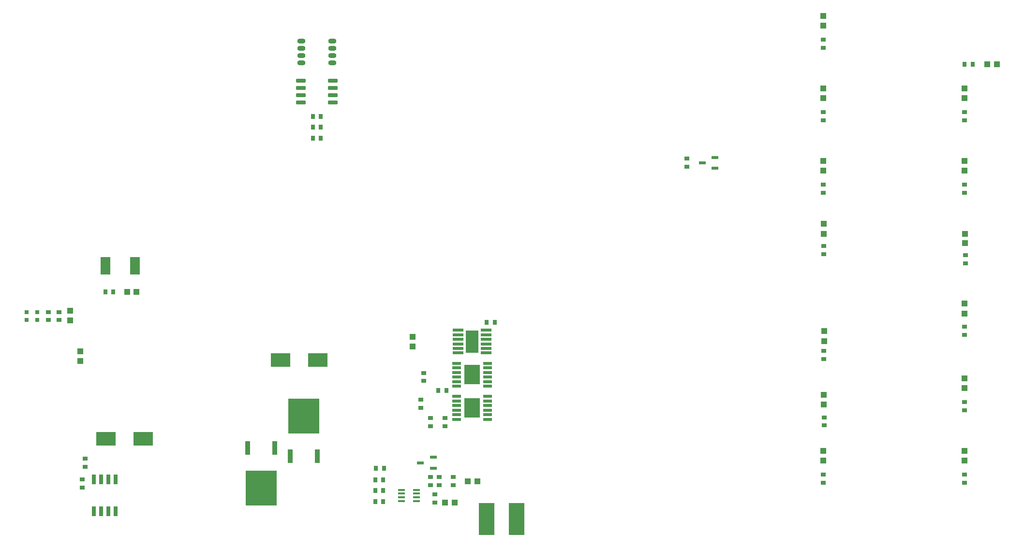
<source format=gtp>
G04*
G04 #@! TF.GenerationSoftware,Altium Limited,Altium Designer,22.10.1 (41)*
G04*
G04 Layer_Color=8421504*
%FSLAX23Y23*%
%MOIN*%
G70*
G04*
G04 #@! TF.SameCoordinates,75F1CFA2-9E1D-427A-8FB2-C6D19FE5AEEE*
G04*
G04*
G04 #@! TF.FilePolarity,Positive*
G04*
G01*
G75*
%ADD25R,0.028X0.035*%
%ADD26R,0.039X0.039*%
%ADD27R,0.036X0.095*%
%ADD28R,0.217X0.239*%
%ADD29R,0.030X0.030*%
%ADD30R,0.035X0.031*%
%ADD31R,0.035X0.028*%
%ADD32R,0.039X0.039*%
%ADD33R,0.060X0.024*%
%ADD34R,0.110X0.138*%
%ADD35R,0.138X0.098*%
%ADD36R,0.031X0.035*%
%ADD37R,0.045X0.024*%
%ADD38R,0.087X0.154*%
%ADD39R,0.078X0.020*%
%ADD40R,0.106X0.220*%
%ADD41R,0.026X0.069*%
G04:AMPARAMS|DCode=42|XSize=26mil|YSize=65mil|CornerRadius=2mil|HoleSize=0mil|Usage=FLASHONLY|Rotation=270.000|XOffset=0mil|YOffset=0mil|HoleType=Round|Shape=RoundedRectangle|*
%AMROUNDEDRECTD42*
21,1,0.026,0.061,0,0,270.0*
21,1,0.022,0.065,0,0,270.0*
1,1,0.004,-0.031,-0.011*
1,1,0.004,-0.031,0.011*
1,1,0.004,0.031,0.011*
1,1,0.004,0.031,-0.011*
%
%ADD42ROUNDEDRECTD42*%
%ADD43O,0.057X0.035*%
%ADD44R,0.048X0.016*%
%ADD45R,0.070X0.124*%
G36*
X4209Y2518D02*
X4260D01*
Y2435D01*
X4209D01*
Y2518D01*
D02*
G37*
D25*
X3573Y1604D02*
D03*
X3629D02*
D03*
X3567Y1449D02*
D03*
X3623D02*
D03*
Y1524D02*
D03*
X3567D02*
D03*
X7629Y4390D02*
D03*
X7685D02*
D03*
X3623Y1374D02*
D03*
X3567D02*
D03*
X1763Y2820D02*
D03*
X1707D02*
D03*
D26*
X3824Y2444D02*
D03*
Y2510D02*
D03*
X1465Y2691D02*
D03*
X6655Y4723D02*
D03*
Y4657D02*
D03*
X6658Y3288D02*
D03*
Y3221D02*
D03*
X6655Y3723D02*
D03*
Y3657D02*
D03*
X6659Y2042D02*
D03*
Y2108D02*
D03*
X7630Y2671D02*
D03*
Y2738D02*
D03*
Y4157D02*
D03*
Y4223D02*
D03*
Y3723D02*
D03*
Y3657D02*
D03*
Y2157D02*
D03*
Y2223D02*
D03*
X6655Y1723D02*
D03*
Y1657D02*
D03*
X6662Y2548D02*
D03*
Y2481D02*
D03*
X6655Y4157D02*
D03*
Y4223D02*
D03*
X7630Y1657D02*
D03*
Y1723D02*
D03*
X7632Y3221D02*
D03*
Y3155D02*
D03*
X1465Y2624D02*
D03*
X1535Y2408D02*
D03*
Y2342D02*
D03*
D27*
X2876Y1743D02*
D03*
X2688D02*
D03*
X2981Y1687D02*
D03*
X3169D02*
D03*
D28*
X2782Y1467D02*
D03*
X3075Y1964D02*
D03*
D29*
X1240Y2680D02*
D03*
Y2625D02*
D03*
X1165Y2680D02*
D03*
Y2625D02*
D03*
D30*
X1315Y2625D02*
D03*
X1390D02*
D03*
Y2680D02*
D03*
X3947Y1894D02*
D03*
Y1950D02*
D03*
X4048Y1894D02*
D03*
Y1950D02*
D03*
X1550Y1470D02*
D03*
Y1526D02*
D03*
X1570Y1668D02*
D03*
Y1612D02*
D03*
X1315Y2680D02*
D03*
D31*
X3947Y1487D02*
D03*
Y1543D02*
D03*
X6655Y4558D02*
D03*
Y4502D02*
D03*
X6660Y2413D02*
D03*
Y2357D02*
D03*
X6655Y3502D02*
D03*
Y3558D02*
D03*
X7630Y2579D02*
D03*
Y2524D02*
D03*
X3882Y2021D02*
D03*
Y2076D02*
D03*
X3902Y2205D02*
D03*
Y2261D02*
D03*
X3977Y1423D02*
D03*
Y1367D02*
D03*
X6659Y3081D02*
D03*
Y3137D02*
D03*
X4106Y1486D02*
D03*
Y1542D02*
D03*
X6655Y1558D02*
D03*
Y1502D02*
D03*
X6661Y1954D02*
D03*
Y1898D02*
D03*
X6655Y4002D02*
D03*
Y4058D02*
D03*
X7630Y1558D02*
D03*
Y1502D02*
D03*
Y2002D02*
D03*
Y2058D02*
D03*
Y4058D02*
D03*
Y4002D02*
D03*
Y3502D02*
D03*
Y3558D02*
D03*
X4010Y1486D02*
D03*
Y1542D02*
D03*
X7634Y3016D02*
D03*
Y3072D02*
D03*
X5715Y3682D02*
D03*
Y3738D02*
D03*
D32*
X4272Y1513D02*
D03*
X4206D02*
D03*
X4048Y1367D02*
D03*
X4115D02*
D03*
X7852Y4390D02*
D03*
X7785D02*
D03*
X1923Y2820D02*
D03*
X1857D02*
D03*
D33*
X4129Y2327D02*
D03*
Y2296D02*
D03*
Y2264D02*
D03*
Y2233D02*
D03*
Y2201D02*
D03*
Y2170D02*
D03*
X4343D02*
D03*
Y2201D02*
D03*
Y2233D02*
D03*
Y2264D02*
D03*
Y2296D02*
D03*
Y2327D02*
D03*
X4342Y2099D02*
D03*
Y2067D02*
D03*
Y2036D02*
D03*
Y2004D02*
D03*
Y1973D02*
D03*
Y1941D02*
D03*
X4128D02*
D03*
Y1973D02*
D03*
Y2004D02*
D03*
Y2036D02*
D03*
Y2067D02*
D03*
Y2099D02*
D03*
D34*
X4236Y2249D02*
D03*
X4235Y2020D02*
D03*
D35*
X2915Y2348D02*
D03*
X3171D02*
D03*
X1712Y1805D02*
D03*
X1968D02*
D03*
D36*
X3137Y3955D02*
D03*
X3193D02*
D03*
X4001Y2140D02*
D03*
X4057D02*
D03*
X4335Y2608D02*
D03*
X4391D02*
D03*
X3137Y4030D02*
D03*
X3193D02*
D03*
Y3880D02*
D03*
X3137D02*
D03*
D37*
X5909Y3673D02*
D03*
Y3747D02*
D03*
X5821Y3710D02*
D03*
X3967Y1603D02*
D03*
Y1678D02*
D03*
X3878Y1641D02*
D03*
D38*
X4235Y2477D02*
D03*
D39*
X4332Y2556D02*
D03*
Y2524D02*
D03*
Y2493D02*
D03*
Y2461D02*
D03*
Y2430D02*
D03*
Y2398D02*
D03*
X4138D02*
D03*
Y2430D02*
D03*
Y2461D02*
D03*
Y2493D02*
D03*
Y2524D02*
D03*
Y2556D02*
D03*
D40*
X4542Y1253D02*
D03*
X4334D02*
D03*
D41*
X1730Y1305D02*
D03*
X1780D02*
D03*
Y1525D02*
D03*
X1730D02*
D03*
X1680D02*
D03*
X1630D02*
D03*
X1680Y1305D02*
D03*
X1630D02*
D03*
D42*
X3276Y4125D02*
D03*
Y4175D02*
D03*
Y4225D02*
D03*
Y4275D02*
D03*
X3054Y4125D02*
D03*
Y4175D02*
D03*
Y4225D02*
D03*
Y4275D02*
D03*
D43*
X3058Y4550D02*
D03*
Y4500D02*
D03*
Y4450D02*
D03*
Y4400D02*
D03*
X3272Y4550D02*
D03*
Y4500D02*
D03*
Y4450D02*
D03*
Y4400D02*
D03*
D44*
X3748Y1453D02*
D03*
Y1428D02*
D03*
Y1402D02*
D03*
Y1377D02*
D03*
X3852D02*
D03*
Y1402D02*
D03*
Y1428D02*
D03*
Y1453D02*
D03*
D45*
X1913Y3000D02*
D03*
X1707D02*
D03*
M02*

</source>
